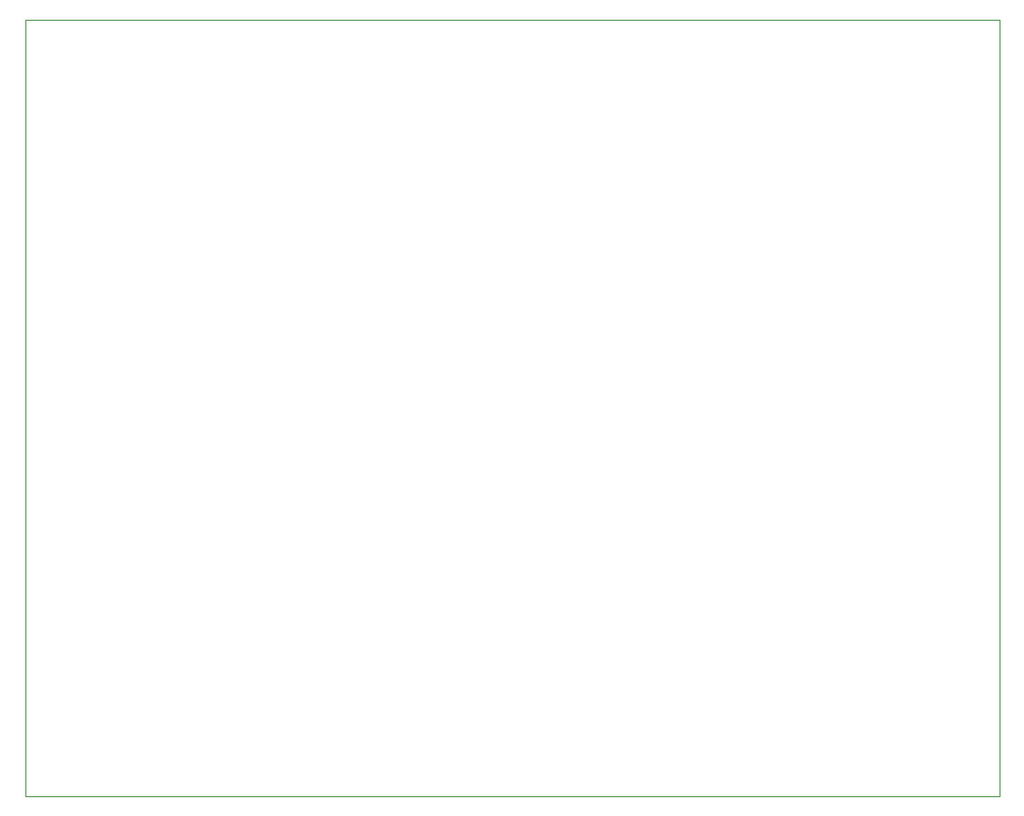
<source format=gbr>
%TF.GenerationSoftware,KiCad,Pcbnew,(5.1.6)-1*%
%TF.CreationDate,2021-03-23T21:23:30+01:00*%
%TF.ProjectId,RiderDetection,52696465-7244-4657-9465-6374696f6e2e,rev?*%
%TF.SameCoordinates,Original*%
%TF.FileFunction,Profile,NP*%
%FSLAX46Y46*%
G04 Gerber Fmt 4.6, Leading zero omitted, Abs format (unit mm)*
G04 Created by KiCad (PCBNEW (5.1.6)-1) date 2021-03-23 21:23:30*
%MOMM*%
%LPD*%
G01*
G04 APERTURE LIST*
%TA.AperFunction,Profile*%
%ADD10C,0.100000*%
%TD*%
G04 APERTURE END LIST*
D10*
X137160000Y-48260000D02*
X137160000Y-118110000D01*
X49530000Y-48260000D02*
X137160000Y-48260000D01*
X49530000Y-118110000D02*
X49530000Y-48260000D01*
X137160000Y-118110000D02*
X49530000Y-118110000D01*
M02*

</source>
